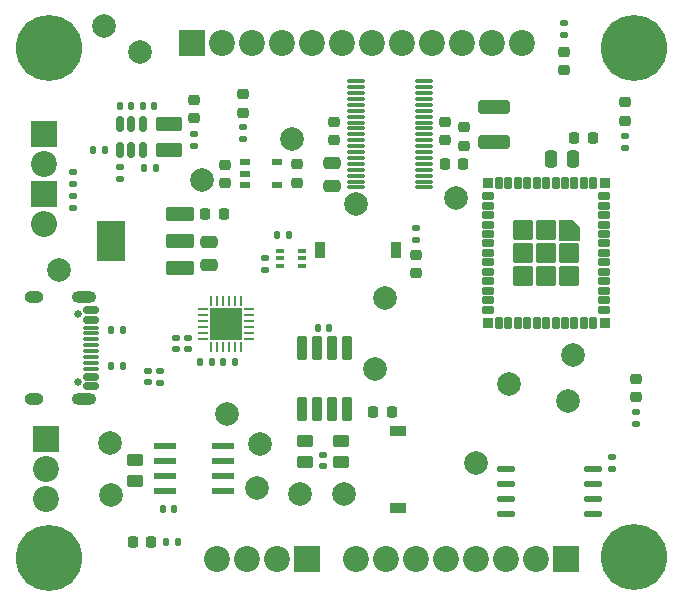
<source format=gts>
G04 #@! TF.GenerationSoftware,KiCad,Pcbnew,8.0.6*
G04 #@! TF.CreationDate,2024-11-26T20:52:08-08:00*
G04 #@! TF.ProjectId,Constellation Stack V1.1,436f6e73-7465-46c6-9c61-74696f6e2053,rev?*
G04 #@! TF.SameCoordinates,Original*
G04 #@! TF.FileFunction,Soldermask,Top*
G04 #@! TF.FilePolarity,Negative*
%FSLAX46Y46*%
G04 Gerber Fmt 4.6, Leading zero omitted, Abs format (unit mm)*
G04 Created by KiCad (PCBNEW 8.0.6) date 2024-11-26 20:52:08*
%MOMM*%
%LPD*%
G01*
G04 APERTURE LIST*
G04 Aperture macros list*
%AMRoundRect*
0 Rectangle with rounded corners*
0 $1 Rounding radius*
0 $2 $3 $4 $5 $6 $7 $8 $9 X,Y pos of 4 corners*
0 Add a 4 corners polygon primitive as box body*
4,1,4,$2,$3,$4,$5,$6,$7,$8,$9,$2,$3,0*
0 Add four circle primitives for the rounded corners*
1,1,$1+$1,$2,$3*
1,1,$1+$1,$4,$5*
1,1,$1+$1,$6,$7*
1,1,$1+$1,$8,$9*
0 Add four rect primitives between the rounded corners*
20,1,$1+$1,$2,$3,$4,$5,0*
20,1,$1+$1,$4,$5,$6,$7,0*
20,1,$1+$1,$6,$7,$8,$9,0*
20,1,$1+$1,$8,$9,$2,$3,0*%
G04 Aperture macros list end*
%ADD10C,0.010000*%
%ADD11R,0.889000X1.397000*%
%ADD12C,2.000000*%
%ADD13R,1.397000X0.889000*%
%ADD14RoundRect,0.225000X0.225000X0.250000X-0.225000X0.250000X-0.225000X-0.250000X0.225000X-0.250000X0*%
%ADD15RoundRect,0.250000X0.850000X-0.375000X0.850000X0.375000X-0.850000X0.375000X-0.850000X-0.375000X0*%
%ADD16RoundRect,0.135000X-0.135000X-0.185000X0.135000X-0.185000X0.135000X0.185000X-0.135000X0.185000X0*%
%ADD17RoundRect,0.135000X-0.185000X0.135000X-0.185000X-0.135000X0.185000X-0.135000X0.185000X0.135000X0*%
%ADD18RoundRect,0.135000X0.185000X-0.135000X0.185000X0.135000X-0.185000X0.135000X-0.185000X-0.135000X0*%
%ADD19RoundRect,0.140000X-0.170000X0.140000X-0.170000X-0.140000X0.170000X-0.140000X0.170000X0.140000X0*%
%ADD20RoundRect,0.099250X-0.297750X0.877750X-0.297750X-0.877750X0.297750X-0.877750X0.297750X0.877750X0*%
%ADD21RoundRect,0.250000X-1.100000X0.325000X-1.100000X-0.325000X1.100000X-0.325000X1.100000X0.325000X0*%
%ADD22RoundRect,0.250000X-0.450000X0.262500X-0.450000X-0.262500X0.450000X-0.262500X0.450000X0.262500X0*%
%ADD23R,0.952500X0.508000*%
%ADD24RoundRect,0.075000X0.662500X0.075000X-0.662500X0.075000X-0.662500X-0.075000X0.662500X-0.075000X0*%
%ADD25RoundRect,0.218750X0.256250X-0.218750X0.256250X0.218750X-0.256250X0.218750X-0.256250X-0.218750X0*%
%ADD26RoundRect,0.140000X-0.140000X-0.170000X0.140000X-0.170000X0.140000X0.170000X-0.140000X0.170000X0*%
%ADD27RoundRect,0.225000X-0.250000X0.225000X-0.250000X-0.225000X0.250000X-0.225000X0.250000X0.225000X0*%
%ADD28RoundRect,0.250000X0.450000X-0.262500X0.450000X0.262500X-0.450000X0.262500X-0.450000X-0.262500X0*%
%ADD29RoundRect,0.135000X0.135000X0.185000X-0.135000X0.185000X-0.135000X-0.185000X0.135000X-0.185000X0*%
%ADD30RoundRect,0.062500X-0.350000X-0.062500X0.350000X-0.062500X0.350000X0.062500X-0.350000X0.062500X0*%
%ADD31RoundRect,0.062500X-0.062500X-0.350000X0.062500X-0.350000X0.062500X0.350000X-0.062500X0.350000X0*%
%ADD32R,2.700000X2.700000*%
%ADD33C,5.600000*%
%ADD34RoundRect,0.218750X-0.256250X0.218750X-0.256250X-0.218750X0.256250X-0.218750X0.256250X0.218750X0*%
%ADD35C,0.650000*%
%ADD36RoundRect,0.150000X-0.500000X0.150000X-0.500000X-0.150000X0.500000X-0.150000X0.500000X0.150000X0*%
%ADD37RoundRect,0.075000X-0.575000X0.075000X-0.575000X-0.075000X0.575000X-0.075000X0.575000X0.075000X0*%
%ADD38O,2.100000X1.000000*%
%ADD39O,1.600000X1.000000*%
%ADD40RoundRect,0.140000X0.140000X0.170000X-0.140000X0.170000X-0.140000X-0.170000X0.140000X-0.170000X0*%
%ADD41RoundRect,0.133350X-0.615950X-0.133350X0.615950X-0.133350X0.615950X0.133350X-0.615950X0.133350X0*%
%ADD42RoundRect,0.140000X0.170000X-0.140000X0.170000X0.140000X-0.170000X0.140000X-0.170000X-0.140000X0*%
%ADD43R,0.650000X0.400000*%
%ADD44RoundRect,0.225000X-0.225000X-0.250000X0.225000X-0.250000X0.225000X0.250000X-0.225000X0.250000X0*%
%ADD45RoundRect,0.250000X-0.475000X0.250000X-0.475000X-0.250000X0.475000X-0.250000X0.475000X0.250000X0*%
%ADD46RoundRect,0.150000X-0.150000X0.512500X-0.150000X-0.512500X0.150000X-0.512500X0.150000X0.512500X0*%
%ADD47R,1.981200X0.540800*%
%ADD48RoundRect,0.250000X0.250000X0.475000X-0.250000X0.475000X-0.250000X-0.475000X0.250000X-0.475000X0*%
%ADD49RoundRect,0.102000X-0.200000X0.400000X-0.200000X-0.400000X0.200000X-0.400000X0.200000X0.400000X0*%
%ADD50RoundRect,0.102000X-0.400000X0.200000X-0.400000X-0.200000X0.400000X-0.200000X0.400000X0.200000X0*%
%ADD51RoundRect,0.102000X-0.725000X0.725000X-0.725000X-0.725000X0.725000X-0.725000X0.725000X0.725000X0*%
%ADD52RoundRect,0.102000X-0.350000X0.350000X-0.350000X-0.350000X0.350000X-0.350000X0.350000X0.350000X0*%
%ADD53RoundRect,0.250000X0.475000X-0.250000X0.475000X0.250000X-0.475000X0.250000X-0.475000X-0.250000X0*%
%ADD54RoundRect,0.218750X-0.218750X-0.256250X0.218750X-0.256250X0.218750X0.256250X-0.218750X0.256250X0*%
%ADD55RoundRect,0.102000X1.075000X0.475000X-1.075000X0.475000X-1.075000X-0.475000X1.075000X-0.475000X0*%
%ADD56RoundRect,0.102000X1.075000X1.625000X-1.075000X1.625000X-1.075000X-1.625000X1.075000X-1.625000X0*%
%ADD57O,2.200000X2.200000*%
%ADD58R,2.200000X2.200000*%
%ADD59C,2.200000*%
G04 APERTURE END LIST*
D10*
X74045000Y-44425000D02*
X74045000Y-45475000D01*
X72395000Y-45475000D01*
X72395000Y-43825000D01*
X73445000Y-43825000D01*
X74045000Y-44425000D01*
G36*
X74045000Y-44425000D02*
G01*
X74045000Y-45475000D01*
X72395000Y-45475000D01*
X72395000Y-43825000D01*
X73445000Y-43825000D01*
X74045000Y-44425000D01*
G37*
D11*
X52094999Y-46390318D03*
X58595001Y-46390318D03*
D12*
X50450000Y-67000000D03*
X54170000Y-67000000D03*
X56810000Y-56400000D03*
X57640000Y-50440000D03*
X34410000Y-67130000D03*
X34370000Y-62680000D03*
X47070000Y-62810000D03*
X44280000Y-60270000D03*
X46810000Y-66500000D03*
X63670000Y-41940000D03*
X65330000Y-64400000D03*
X55190000Y-42440001D03*
X73090000Y-59160000D03*
X73540000Y-55260000D03*
X68090000Y-57670000D03*
X30010000Y-48060000D03*
X49750000Y-36960000D03*
X42160000Y-40440000D03*
X36880000Y-29630000D03*
X33860000Y-27360000D03*
D13*
X58760000Y-68190002D03*
X58760000Y-61690000D03*
D14*
X58185000Y-60090000D03*
X56635000Y-60090000D03*
D15*
X39300000Y-35715000D03*
X39300000Y-37865000D03*
D16*
X32940000Y-37930000D03*
X33960000Y-37930000D03*
D17*
X35190000Y-39360001D03*
X35190000Y-40379999D03*
D18*
X78860000Y-60101250D03*
X78860000Y-61121250D03*
D19*
X39940000Y-53797500D03*
X39940000Y-54757500D03*
D18*
X47470000Y-48040000D03*
X47470000Y-47020000D03*
D20*
X54385000Y-54635000D03*
X53115000Y-54635000D03*
X51845000Y-54635000D03*
X50575000Y-54635000D03*
X50575000Y-59805000D03*
X51845000Y-59805000D03*
X53115000Y-59805000D03*
X54385000Y-59805000D03*
D21*
X66840000Y-34265000D03*
X66840000Y-37215000D03*
D19*
X38549999Y-56630000D03*
X38549999Y-57590000D03*
D16*
X48460000Y-45090000D03*
X49480000Y-45090000D03*
D22*
X53880000Y-62492500D03*
X53880000Y-64317500D03*
D17*
X72810000Y-27160000D03*
X72810000Y-28180000D03*
D23*
X45762050Y-38930040D03*
X45762050Y-39880000D03*
X45762050Y-40829960D03*
X48517950Y-40829960D03*
X48517950Y-38930040D03*
D24*
X60922500Y-41060000D03*
X60922500Y-40560000D03*
X60922500Y-40060000D03*
X60922500Y-39560000D03*
X60922500Y-39060000D03*
X60922500Y-38560000D03*
X60922500Y-38060000D03*
X60922500Y-37560000D03*
X60922500Y-37060000D03*
X60922500Y-36560000D03*
X60922500Y-36060000D03*
X60922500Y-35560000D03*
X60922500Y-35060000D03*
X60922500Y-34560000D03*
X60922500Y-34060000D03*
X60922500Y-33560000D03*
X60922500Y-33060000D03*
X60922500Y-32560000D03*
X60922500Y-32060000D03*
X55197500Y-32060000D03*
X55197500Y-32560000D03*
X55197500Y-33060000D03*
X55197500Y-33560000D03*
X55197500Y-34060000D03*
X55197500Y-34560000D03*
X55197500Y-35060000D03*
X55197500Y-35560000D03*
X55197500Y-36060000D03*
X55197500Y-36560000D03*
X55197500Y-37060000D03*
X55197500Y-37560000D03*
X55197500Y-38060000D03*
X55197500Y-38560000D03*
X55197500Y-39060000D03*
X55197500Y-39560000D03*
X55197500Y-40060000D03*
X55197500Y-40560000D03*
X55197500Y-41060000D03*
D25*
X72810000Y-31145000D03*
X72810000Y-29570000D03*
D26*
X35160000Y-34170000D03*
X36120000Y-34170000D03*
D27*
X64310000Y-35965000D03*
X64310000Y-37515000D03*
D28*
X36490000Y-65922500D03*
X36490000Y-64097500D03*
D29*
X43020001Y-55807500D03*
X42000001Y-55807500D03*
D30*
X42207500Y-51360000D03*
X42207500Y-51860000D03*
X42207500Y-52360000D03*
X42207500Y-52860000D03*
X42207500Y-53360000D03*
X42207500Y-53860000D03*
D31*
X42920000Y-54572500D03*
X43420000Y-54572500D03*
X43920000Y-54572500D03*
X44420000Y-54572500D03*
X44920000Y-54572500D03*
X45420000Y-54572500D03*
D30*
X46132500Y-53860000D03*
X46132500Y-53360000D03*
X46132500Y-52860000D03*
X46132500Y-52360000D03*
X46132500Y-51860000D03*
X46132500Y-51360000D03*
D31*
X45420000Y-50647500D03*
X44920000Y-50647500D03*
X44420000Y-50647500D03*
X43920000Y-50647500D03*
X43420000Y-50647500D03*
X42920000Y-50647500D03*
D32*
X44170000Y-52610000D03*
D27*
X60215001Y-46745318D03*
X60215001Y-48295318D03*
D17*
X60215450Y-44480318D03*
X60215450Y-45500318D03*
D27*
X50170000Y-39095000D03*
X50170000Y-40645000D03*
D33*
X29210000Y-29210000D03*
D28*
X50860000Y-64320000D03*
X50860000Y-62495000D03*
D17*
X31200000Y-39720002D03*
X31200000Y-40740002D03*
D29*
X40130000Y-71050000D03*
X39110000Y-71050000D03*
D34*
X45640001Y-33142502D03*
X45640001Y-34717502D03*
X41460000Y-33645000D03*
X41460000Y-35220000D03*
D27*
X62730000Y-35515000D03*
X62730000Y-37065000D03*
D34*
X78860000Y-58818751D03*
X78860000Y-57243751D03*
D33*
X29210000Y-72390000D03*
D29*
X44970000Y-55817500D03*
X43950000Y-55817500D03*
D35*
X31620000Y-51780000D03*
X31620000Y-57560000D03*
D36*
X32760000Y-51470000D03*
X32760000Y-52270000D03*
D37*
X32760000Y-53420000D03*
X32760000Y-54420000D03*
X32760000Y-54920000D03*
X32760000Y-55920000D03*
D36*
X32760000Y-57070000D03*
X32760000Y-57870000D03*
X32760000Y-57870000D03*
X32760000Y-57070000D03*
D37*
X32760000Y-56420000D03*
X32760000Y-55420000D03*
X32760000Y-53920000D03*
X32760000Y-52920000D03*
D36*
X32760000Y-52270000D03*
X32760000Y-51470000D03*
D38*
X32120000Y-50350000D03*
D39*
X27940000Y-50350000D03*
D38*
X32120000Y-58990000D03*
D39*
X27940000Y-58990000D03*
D40*
X39790000Y-68250000D03*
X38830000Y-68250000D03*
D33*
X78740000Y-29210000D03*
D41*
X67882400Y-64875000D03*
X67882400Y-66145000D03*
X67882400Y-67415000D03*
X67882400Y-68685000D03*
X75197600Y-68685000D03*
X75197600Y-67415000D03*
X75197600Y-66145000D03*
X75197600Y-64875000D03*
D42*
X76850000Y-64860000D03*
X76850000Y-63900000D03*
D27*
X44100001Y-39155001D03*
X44100001Y-40705001D03*
D43*
X48710000Y-46410000D03*
X48710000Y-47060000D03*
X48710000Y-47710000D03*
X50610000Y-47710000D03*
X50610000Y-47060000D03*
X50610000Y-46410000D03*
D18*
X41460000Y-37519999D03*
X41460000Y-36499999D03*
D44*
X42410000Y-43300000D03*
X43960000Y-43300000D03*
D45*
X42710000Y-45690000D03*
X42710000Y-47590000D03*
D17*
X31190000Y-41760000D03*
X31190000Y-42780000D03*
D16*
X34400000Y-56180000D03*
X35420000Y-56180000D03*
D27*
X53330000Y-35515000D03*
X53330000Y-37065000D03*
D16*
X34410000Y-53140000D03*
X35430000Y-53140000D03*
D46*
X37099999Y-35655000D03*
X36150000Y-35655000D03*
X35200001Y-35655000D03*
X35200001Y-37930000D03*
X36150000Y-37930000D03*
X37099999Y-37930000D03*
D18*
X45640000Y-36940000D03*
X45640000Y-35920000D03*
D19*
X52370000Y-63707500D03*
X52370000Y-64667500D03*
D47*
X43904999Y-66795000D03*
X43904999Y-65525000D03*
X43904999Y-64255000D03*
X43904999Y-62985000D03*
X38975001Y-62985000D03*
X38975001Y-64255000D03*
X38975001Y-65525000D03*
X38975001Y-66795000D03*
D18*
X77960000Y-37710000D03*
X77960000Y-36690000D03*
D48*
X73550000Y-38650000D03*
X71650000Y-38650000D03*
D40*
X38070000Y-34170000D03*
X37110000Y-34170000D03*
D19*
X37540000Y-56610000D03*
X37540000Y-57570000D03*
D49*
X75270000Y-40700000D03*
X74470000Y-40700000D03*
X73670000Y-40700000D03*
X72870000Y-40700000D03*
X72070000Y-40700000D03*
X71270000Y-40700000D03*
X70470000Y-40700000D03*
X69670000Y-40700000D03*
X68870000Y-40700000D03*
X68070000Y-40700000D03*
X67270000Y-40700000D03*
D50*
X66370000Y-41800000D03*
X66370000Y-42600000D03*
X66370000Y-43400000D03*
X66370000Y-44200000D03*
X66370000Y-45000000D03*
X66370000Y-45800000D03*
X66370000Y-46600000D03*
X66370000Y-47400000D03*
X66370000Y-48200000D03*
X66370000Y-49000000D03*
X66370000Y-49800000D03*
X66370000Y-50600000D03*
X66370000Y-51400000D03*
D49*
X67270000Y-52500000D03*
X68070000Y-52500000D03*
X68870000Y-52500000D03*
X69670000Y-52500000D03*
X70470000Y-52500000D03*
X71270000Y-52500000D03*
X72070000Y-52500000D03*
X72870000Y-52500000D03*
X73670000Y-52500000D03*
X74470000Y-52500000D03*
X75270000Y-52500000D03*
D50*
X76170000Y-51400000D03*
X76170000Y-50600000D03*
X76170000Y-49800000D03*
X76170000Y-49000000D03*
X76170000Y-48200000D03*
X76170000Y-47400000D03*
X76170000Y-46600000D03*
X76170000Y-45800000D03*
X76170000Y-45000000D03*
X76170000Y-44200000D03*
X76170000Y-43400000D03*
X76170000Y-42600000D03*
X76170000Y-41800000D03*
D51*
X71270000Y-46600000D03*
D52*
X76220000Y-52550000D03*
X66320000Y-52550000D03*
X66320000Y-40650000D03*
X76220000Y-40650000D03*
D51*
X71270000Y-44650000D03*
X69320000Y-44650000D03*
X69320000Y-46600000D03*
X69320000Y-48550000D03*
X71270000Y-48550000D03*
X73220000Y-48550000D03*
X73220000Y-46600000D03*
D53*
X53140000Y-40900000D03*
X53140000Y-39000000D03*
D33*
X78740000Y-72380000D03*
D34*
X77960000Y-33822500D03*
X77960000Y-35397500D03*
D54*
X36272501Y-71050000D03*
X37847501Y-71050000D03*
D26*
X51950000Y-52940000D03*
X52910000Y-52940000D03*
D44*
X62695000Y-39060000D03*
X64245000Y-39060000D03*
D26*
X38220000Y-39440000D03*
X37260000Y-39440000D03*
D19*
X40980001Y-53797500D03*
X40980001Y-54757500D03*
D55*
X40230000Y-47900000D03*
X40230000Y-45600000D03*
X40230000Y-43300000D03*
D56*
X34430000Y-45600000D03*
D44*
X73655000Y-36850000D03*
X75205000Y-36850000D03*
D57*
X28790000Y-44160000D03*
D58*
X28790000Y-41620000D03*
D59*
X28790000Y-39080000D03*
D58*
X28790000Y-36540000D03*
X41260000Y-28850000D03*
D59*
X43800000Y-28850000D03*
X46340000Y-28850000D03*
X48880000Y-28850000D03*
X51420000Y-28850000D03*
X53960000Y-28850000D03*
X56500000Y-28850000D03*
X59040000Y-28850000D03*
X61580000Y-28850000D03*
X64120000Y-28850000D03*
X66660000Y-28850000D03*
X69200000Y-28850000D03*
D58*
X51050000Y-72520000D03*
D59*
X48510000Y-72520000D03*
X45970000Y-72520000D03*
X43430000Y-72520000D03*
X28910000Y-67460000D03*
X28910000Y-64920000D03*
D58*
X28910000Y-62380000D03*
X72930000Y-72530000D03*
D59*
X70390000Y-72530000D03*
X67850000Y-72530000D03*
X65310000Y-72530000D03*
X62770000Y-72530000D03*
X60230000Y-72530000D03*
X57690000Y-72530000D03*
X55150000Y-72530000D03*
M02*

</source>
